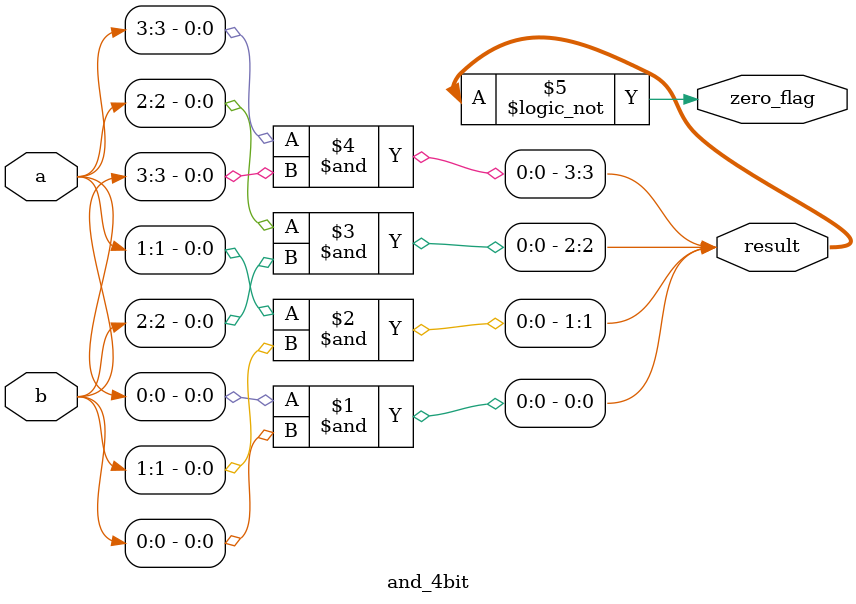
<source format=sv>
module and_4bit(
  input logic [3:0] a,
  input logic [3:0] b,
  output logic [3:0] result,
  output logic zero_flag
);

	assign result[0] = a[0] & b[0];
  assign result[1] = a[1] & b[1];
  assign result[2] = a[2] & b[2];
  assign result[3] = a[3] & b[3];

  // Set flags
  assign zero_flag = (result == 4'b0000);

endmodule
</source>
